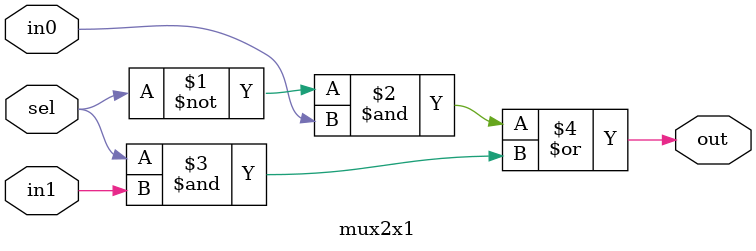
<source format=v>
module mux2x1 #(
  parameter W = 1
  )(
  input  sel,
  input  [W-1:0] in0,
  input  [W-1:0] in1,
  output [W-1:0] out);

  assign out = ({W{~sel}} & in0) | ({W{sel}} & in1);

endmodule

</source>
